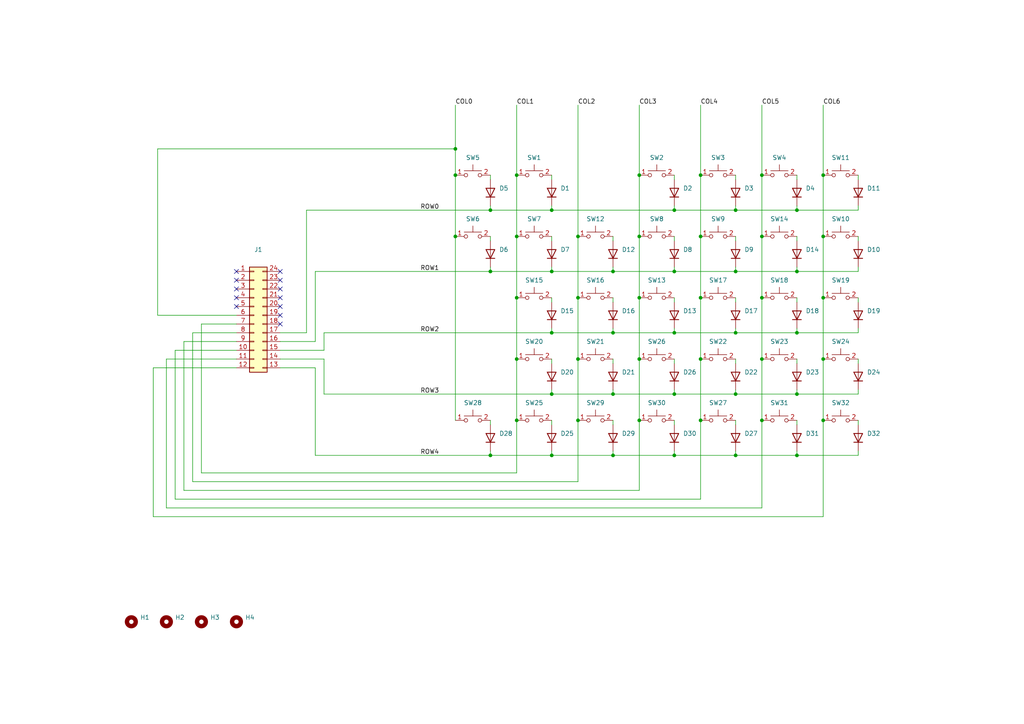
<source format=kicad_sch>
(kicad_sch (version 20231120) (generator "eeschema") (generator_version "8.0")
  (paper "A4")
  (lib_symbols
    (symbol "CherryMX:CherryMX" (pin_names (offset 0.254))
      (property "Reference" "SW" (at 2.54 3.175 0))
      (property "Value" "CherryMX" (at 0 -1.905 0))
      (symbol "CherryMX_1_1"
        (circle (center -2.032 0) (radius 0.508))
        (polyline (pts (xy 0 1.27) (xy 0 3.048)))
        (polyline (pts (xy 2.54 1.27) (xy -2.54 1.27)))
        (circle (center 2.032 0) (radius 0.508))
        (pin passive line (at -5.08 0 0) (length 2.54) (name "~") (number "1"))
        (pin passive line (at 5.08 0 180) (length 2.54) (name "~") (number "2"))
      )
    )
    (symbol "Connector_Generic:Conn_02x12_Counter_Clockwise" (pin_names (offset 1.016) hide)
      (property "Reference" "J" (at 1.27 15.24 0))
      (property "Value" "Conn_02x12_Counter_Clockwise" (at 1.27 -17.78 0))
      (symbol "Conn_02x12_Counter_Clockwise_1_1"
        (rectangle (start -1.27 -15.113) (end 0 -15.367) (stroke (width 0.1524)))
        (rectangle (start -1.27 -12.573) (end 0 -12.827) (stroke (width 0.1524)))
        (rectangle (start -1.27 -10.033) (end 0 -10.287) (stroke (width 0.1524)))
        (rectangle (start -1.27 -7.493) (end 0 -7.747) (stroke (width 0.1524)))
        (rectangle (start -1.27 -4.953) (end 0 -5.207) (stroke (width 0.1524)))
        (rectangle (start -1.27 -2.413) (end 0 -2.667) (stroke (width 0.1524)))
        (rectangle (start -1.27 0.127) (end 0 -0.127) (stroke (width 0.1524)))
        (rectangle (start -1.27 2.667) (end 0 2.413) (stroke (width 0.1524)))
        (rectangle (start -1.27 5.207) (end 0 4.953) (stroke (width 0.1524)))
        (rectangle (start -1.27 7.747) (end 0 7.493) (stroke (width 0.1524)))
        (rectangle (start -1.27 10.287) (end 0 10.033) (stroke (width 0.1524)))
        (rectangle (start -1.27 12.827) (end 0 12.573) (stroke (width 0.1524)))
        (rectangle (start -1.27 13.97) (end 3.81 -16.51) (stroke (width 0.254)) (fill (type background)))
        (rectangle (start 3.81 -15.113) (end 2.54 -15.367) (stroke (width 0.1524)))
        (rectangle (start 3.81 -12.573) (end 2.54 -12.827) (stroke (width 0.1524)))
        (rectangle (start 3.81 -10.033) (end 2.54 -10.287) (stroke (width 0.1524)))
        (rectangle (start 3.81 -7.493) (end 2.54 -7.747) (stroke (width 0.1524)))
        (rectangle (start 3.81 -4.953) (end 2.54 -5.207) (stroke (width 0.1524)))
        (rectangle (start 3.81 -2.413) (end 2.54 -2.667) (stroke (width 0.1524)))
        (rectangle (start 3.81 0.127) (end 2.54 -0.127) (stroke (width 0.1524)))
        (rectangle (start 3.81 2.667) (end 2.54 2.413) (stroke (width 0.1524)))
        (rectangle (start 3.81 5.207) (end 2.54 4.953) (stroke (width 0.1524)))
        (rectangle (start 3.81 7.747) (end 2.54 7.493) (stroke (width 0.1524)))
        (rectangle (start 3.81 10.287) (end 2.54 10.033) (stroke (width 0.1524)))
        (rectangle (start 3.81 12.827) (end 2.54 12.573) (stroke (width 0.1524)))
        (pin passive line (at -5.08 12.7 0) (length 3.81) (name "Pin_1") (number "1"))
        (pin passive line (at -5.08 -10.16 0) (length 3.81) (name "Pin_10") (number "10"))
        (pin passive line (at -5.08 -12.7 0) (length 3.81) (name "Pin_11") (number "11"))
        (pin passive line (at -5.08 -15.24 0) (length 3.81) (name "Pin_12") (number "12"))
        (pin passive line (at 7.62 -15.24 180) (length 3.81) (name "Pin_13") (number "13"))
        (pin passive line (at 7.62 -12.7 180) (length 3.81) (name "Pin_14") (number "14"))
        (pin passive line (at 7.62 -10.16 180) (length 3.81) (name "Pin_15") (number "15"))
        (pin passive line (at 7.62 -7.62 180) (length 3.81) (name "Pin_16") (number "16"))
        (pin passive line (at 7.62 -5.08 180) (length 3.81) (name "Pin_17") (number "17"))
        (pin passive line (at 7.62 -2.54 180) (length 3.81) (name "Pin_18") (number "18"))
        (pin passive line (at 7.62 0 180) (length 3.81) (name "Pin_19") (number "19"))
        (pin passive line (at -5.08 10.16 0) (length 3.81) (name "Pin_2") (number "2"))
        (pin passive line (at 7.62 2.54 180) (length 3.81) (name "Pin_20") (number "20"))
        (pin passive line (at 7.62 5.08 180) (length 3.81) (name "Pin_21") (number "21"))
        (pin passive line (at 7.62 7.62 180) (length 3.81) (name "Pin_22") (number "22"))
        (pin passive line (at 7.62 10.16 180) (length 3.81) (name "Pin_23") (number "23"))
        (pin passive line (at 7.62 12.7 180) (length 3.81) (name "Pin_24") (number "24"))
        (pin passive line (at -5.08 7.62 0) (length 3.81) (name "Pin_3") (number "3"))
        (pin passive line (at -5.08 5.08 0) (length 3.81) (name "Pin_4") (number "4"))
        (pin passive line (at -5.08 2.54 0) (length 3.81) (name "Pin_5") (number "5"))
        (pin passive line (at -5.08 0 0) (length 3.81) (name "Pin_6") (number "6"))
        (pin passive line (at -5.08 -2.54 0) (length 3.81) (name "Pin_7") (number "7"))
        (pin passive line (at -5.08 -5.08 0) (length 3.81) (name "Pin_8") (number "8"))
        (pin passive line (at -5.08 -7.62 0) (length 3.81) (name "Pin_9") (number "9"))
      )
    )
    (symbol "Diode:1N4148" (pin_numbers hide) (pin_names (offset 1.016) hide)
      (property "Reference" "D" (at 0 2.54 0))
      (property "Value" "1N4148" (at 0 -2.54 0))
      (symbol "1N4148_0_1"
        (polyline (pts (xy -1.27 1.27) (xy -1.27 -1.27)) (stroke (width 0.254)))
        (polyline (pts (xy 1.27 0) (xy -1.27 0)))
        (polyline (pts (xy 1.27 1.27) (xy 1.27 -1.27) (xy -1.27 0) (xy 1.27 1.27)) (stroke (width 0.254)))
      )
      (symbol "1N4148_1_1"
        (pin passive line (at -3.81 0 0) (length 2.54) (name "K") (number "1"))
        (pin passive line (at 3.81 0 180) (length 2.54) (name "A") (number "2"))
      )
    )
    (symbol "Mechanical:MountingHole" (pin_names (offset 1.016)) (exclude_from_sim yes) (in_bom no)
      (property "Reference" "H" (at 0 5.08 0))
      (property "Value" "MountingHole" (at 0 3.175 0))
      (symbol "MountingHole_0_1"
        (circle (center 0 0) (radius 1.27) (stroke (width 1.27)))
      )
    )
  )
  (junction (at 149.86 86.36))
  (junction (at 231.14 96.52))
  (junction (at 213.36 78.74))
  (junction (at 132.08 43.18))
  (junction (at 195.58 132.08))
  (junction (at 167.64 104.14))
  (junction (at 185.42 68.58))
  (junction (at 177.8 96.52))
  (junction (at 160.02 96.52))
  (junction (at 213.36 114.3))
  (junction (at 185.42 86.36))
  (junction (at 185.42 104.14))
  (junction (at 195.58 96.52))
  (junction (at 167.64 121.92))
  (junction (at 238.76 50.8))
  (junction (at 177.8 132.08))
  (junction (at 142.24 132.08))
  (junction (at 185.42 121.92))
  (junction (at 231.14 132.08))
  (junction (at 160.02 78.74))
  (junction (at 195.58 114.3))
  (junction (at 213.36 96.52))
  (junction (at 238.76 121.92))
  (junction (at 220.98 104.14))
  (junction (at 231.14 60.96))
  (junction (at 177.8 114.3))
  (junction (at 160.02 114.3))
  (junction (at 203.2 50.8))
  (junction (at 132.08 68.58))
  (junction (at 231.14 78.74))
  (junction (at 149.86 50.8))
  (junction (at 149.86 68.58))
  (junction (at 238.76 104.14))
  (junction (at 142.24 60.96))
  (junction (at 213.36 60.96))
  (junction (at 203.2 104.14))
  (junction (at 238.76 68.58))
  (junction (at 142.24 78.74))
  (junction (at 220.98 68.58))
  (junction (at 195.58 78.74))
  (junction (at 203.2 86.36))
  (junction (at 220.98 86.36))
  (junction (at 220.98 121.92))
  (junction (at 160.02 60.96))
  (junction (at 203.2 121.92))
  (junction (at 203.2 68.58))
  (junction (at 132.08 50.8))
  (junction (at 177.8 78.74))
  (junction (at 149.86 104.14))
  (junction (at 195.58 60.96))
  (junction (at 220.98 50.8))
  (junction (at 167.64 68.58))
  (junction (at 213.36 132.08))
  (junction (at 238.76 86.36))
  (junction (at 167.64 86.36))
  (junction (at 185.42 50.8))
  (junction (at 231.14 114.3))
  (junction (at 160.02 132.08))
  (junction (at 149.86 121.92))
  (no_connect (at 68.58 78.74))
  (no_connect (at 68.58 88.9))
  (no_connect (at 81.28 83.82))
  (no_connect (at 81.28 81.28))
  (no_connect (at 81.28 88.9))
  (no_connect (at 68.58 86.36))
  (no_connect (at 68.58 81.28))
  (no_connect (at 81.28 91.44))
  (no_connect (at 81.28 78.74))
  (no_connect (at 81.28 93.98))
  (no_connect (at 68.58 83.82))
  (no_connect (at 81.28 86.36))
  (wire (pts (xy 185.42 68.58) (xy 185.42 86.36)))
  (wire (pts (xy 91.44 78.74) (xy 142.24 78.74)))
  (wire (pts (xy 213.36 78.74) (xy 231.14 78.74)))
  (wire (pts (xy 213.36 50.8) (xy 213.36 52.07)))
  (wire (pts (xy 195.58 132.08) (xy 213.36 132.08)))
  (wire (pts (xy 160.02 96.52) (xy 177.8 96.52)))
  (wire (pts (xy 231.14 114.3) (xy 248.92 114.3)))
  (wire (pts (xy 195.58 50.8) (xy 195.58 52.07)))
  (wire (pts (xy 238.76 121.92) (xy 238.76 149.86)))
  (wire (pts (xy 177.8 132.08) (xy 195.58 132.08)))
  (wire (pts (xy 185.42 30.48) (xy 185.42 50.8)))
  (wire (pts (xy 195.58 68.58) (xy 195.58 69.85)))
  (wire (pts (xy 177.8 123.19) (xy 177.8 121.92)))
  (wire (pts (xy 132.08 43.18) (xy 132.08 50.8)))
  (wire (pts (xy 231.14 132.08) (xy 248.92 132.08)))
  (wire (pts (xy 177.8 69.85) (xy 177.8 68.58)))
  (wire (pts (xy 167.64 139.7) (xy 55.88 139.7)))
  (wire (pts (xy 93.98 114.3) (xy 160.02 114.3)))
  (wire (pts (xy 93.98 96.52) (xy 160.02 96.52)))
  (wire (pts (xy 93.98 96.52) (xy 93.98 101.6)))
  (wire (pts (xy 160.02 132.08) (xy 177.8 132.08)))
  (wire (pts (xy 213.36 69.85) (xy 213.36 68.58)))
  (wire (pts (xy 53.34 99.06) (xy 53.34 142.24)))
  (wire (pts (xy 220.98 68.58) (xy 220.98 86.36)))
  (wire (pts (xy 149.86 50.8) (xy 149.86 68.58)))
  (wire (pts (xy 160.02 113.03) (xy 160.02 114.3)))
  (wire (pts (xy 55.88 96.52) (xy 55.88 139.7)))
  (wire (pts (xy 195.58 130.81) (xy 195.58 132.08)))
  (wire (pts (xy 167.64 30.48) (xy 167.64 68.58)))
  (wire (pts (xy 160.02 105.41) (xy 160.02 104.14)))
  (wire (pts (xy 160.02 50.8) (xy 160.02 52.07)))
  (wire (pts (xy 160.02 59.69) (xy 160.02 60.96)))
  (wire (pts (xy 142.24 77.47) (xy 142.24 78.74)))
  (wire (pts (xy 48.26 104.14) (xy 68.58 104.14)))
  (wire (pts (xy 195.58 95.25) (xy 195.58 96.52)))
  (wire (pts (xy 185.42 104.14) (xy 185.42 121.92)))
  (wire (pts (xy 248.92 95.25) (xy 248.92 96.52)))
  (wire (pts (xy 160.02 95.25) (xy 160.02 96.52)))
  (wire (pts (xy 220.98 50.8) (xy 220.98 68.58)))
  (wire (pts (xy 203.2 104.14) (xy 203.2 121.92)))
  (wire (pts (xy 220.98 30.48) (xy 220.98 50.8)))
  (wire (pts (xy 231.14 59.69) (xy 231.14 60.96)))
  (wire (pts (xy 220.98 121.92) (xy 220.98 147.32)))
  (wire (pts (xy 177.8 78.74) (xy 195.58 78.74)))
  (wire (pts (xy 231.14 121.92) (xy 231.14 123.19)))
  (wire (pts (xy 149.86 137.16) (xy 58.42 137.16)))
  (wire (pts (xy 177.8 113.03) (xy 177.8 114.3)))
  (wire (pts (xy 88.9 96.52) (xy 81.28 96.52)))
  (wire (pts (xy 231.14 68.58) (xy 231.14 69.85)))
  (wire (pts (xy 213.36 105.41) (xy 213.36 104.14)))
  (wire (pts (xy 160.02 77.47) (xy 160.02 78.74)))
  (wire (pts (xy 91.44 99.06) (xy 81.28 99.06)))
  (wire (pts (xy 160.02 60.96) (xy 195.58 60.96)))
  (wire (pts (xy 213.36 96.52) (xy 231.14 96.52)))
  (wire (pts (xy 195.58 96.52) (xy 213.36 96.52)))
  (wire (pts (xy 213.36 132.08) (xy 231.14 132.08)))
  (wire (pts (xy 68.58 99.06) (xy 53.34 99.06)))
  (wire (pts (xy 203.2 144.78) (xy 50.8 144.78)))
  (wire (pts (xy 160.02 114.3) (xy 177.8 114.3)))
  (wire (pts (xy 203.2 121.92) (xy 203.2 144.78)))
  (wire (pts (xy 91.44 132.08) (xy 142.24 132.08)))
  (wire (pts (xy 149.86 104.14) (xy 149.86 121.92)))
  (wire (pts (xy 160.02 123.19) (xy 160.02 121.92)))
  (wire (pts (xy 142.24 59.69) (xy 142.24 60.96)))
  (wire (pts (xy 231.14 95.25) (xy 231.14 96.52)))
  (wire (pts (xy 185.42 121.92) (xy 185.42 142.24)))
  (wire (pts (xy 231.14 60.96) (xy 248.92 60.96)))
  (wire (pts (xy 132.08 68.58) (xy 132.08 121.92)))
  (wire (pts (xy 93.98 104.14) (xy 93.98 114.3)))
  (wire (pts (xy 195.58 60.96) (xy 213.36 60.96)))
  (wire (pts (xy 248.92 113.03) (xy 248.92 114.3)))
  (wire (pts (xy 238.76 104.14) (xy 238.76 121.92)))
  (wire (pts (xy 50.8 101.6) (xy 50.8 144.78)))
  (wire (pts (xy 203.2 68.58) (xy 203.2 86.36)))
  (wire (pts (xy 88.9 60.96) (xy 142.24 60.96)))
  (wire (pts (xy 195.58 78.74) (xy 213.36 78.74)))
  (wire (pts (xy 195.58 113.03) (xy 195.58 114.3)))
  (wire (pts (xy 248.92 77.47) (xy 248.92 78.74)))
  (wire (pts (xy 213.36 113.03) (xy 213.36 114.3)))
  (wire (pts (xy 132.08 50.8) (xy 132.08 68.58)))
  (wire (pts (xy 167.64 104.14) (xy 167.64 121.92)))
  (wire (pts (xy 93.98 104.14) (xy 81.28 104.14)))
  (wire (pts (xy 195.58 121.92) (xy 195.58 123.19)))
  (wire (pts (xy 248.92 86.36) (xy 248.92 87.63)))
  (wire (pts (xy 149.86 86.36) (xy 149.86 104.14)))
  (wire (pts (xy 48.26 104.14) (xy 48.26 147.32)))
  (wire (pts (xy 160.02 87.63) (xy 160.02 86.36)))
  (wire (pts (xy 248.92 132.08) (xy 248.92 130.81)))
  (wire (pts (xy 132.08 30.48) (xy 132.08 43.18)))
  (wire (pts (xy 231.14 86.36) (xy 231.14 87.63)))
  (wire (pts (xy 142.24 69.85) (xy 142.24 68.58)))
  (wire (pts (xy 231.14 96.52) (xy 248.92 96.52)))
  (wire (pts (xy 91.44 78.74) (xy 91.44 99.06)))
  (wire (pts (xy 213.36 60.96) (xy 231.14 60.96)))
  (wire (pts (xy 248.92 121.92) (xy 248.92 123.19)))
  (wire (pts (xy 142.24 78.74) (xy 160.02 78.74)))
  (wire (pts (xy 45.72 43.18) (xy 132.08 43.18)))
  (wire (pts (xy 45.72 43.18) (xy 45.72 91.44)))
  (wire (pts (xy 149.86 121.92) (xy 149.86 137.16)))
  (wire (pts (xy 160.02 130.81) (xy 160.02 132.08)))
  (wire (pts (xy 58.42 93.98) (xy 68.58 93.98)))
  (wire (pts (xy 220.98 86.36) (xy 220.98 104.14)))
  (wire (pts (xy 238.76 30.48) (xy 238.76 50.8)))
  (wire (pts (xy 50.8 101.6) (xy 68.58 101.6)))
  (wire (pts (xy 185.42 86.36) (xy 185.42 104.14)))
  (wire (pts (xy 220.98 147.32) (xy 48.26 147.32)))
  (wire (pts (xy 167.64 68.58) (xy 167.64 86.36)))
  (wire (pts (xy 195.58 105.41) (xy 195.58 104.14)))
  (wire (pts (xy 167.64 86.36) (xy 167.64 104.14)))
  (wire (pts (xy 220.98 104.14) (xy 220.98 121.92)))
  (wire (pts (xy 142.24 132.08) (xy 160.02 132.08)))
  (wire (pts (xy 248.92 104.14) (xy 248.92 105.41)))
  (wire (pts (xy 231.14 130.81) (xy 231.14 132.08)))
  (wire (pts (xy 91.44 106.68) (xy 91.44 132.08)))
  (wire (pts (xy 195.58 86.36) (xy 195.58 87.63)))
  (wire (pts (xy 44.45 106.68) (xy 68.58 106.68)))
  (wire (pts (xy 91.44 106.68) (xy 81.28 106.68)))
  (wire (pts (xy 177.8 104.14) (xy 177.8 105.41)))
  (wire (pts (xy 248.92 69.85) (xy 248.92 68.58)))
  (wire (pts (xy 203.2 50.8) (xy 203.2 68.58)))
  (wire (pts (xy 203.2 86.36) (xy 203.2 104.14)))
  (wire (pts (xy 177.8 86.36) (xy 177.8 87.63)))
  (wire (pts (xy 238.76 68.58) (xy 238.76 86.36)))
  (wire (pts (xy 88.9 60.96) (xy 88.9 96.52)))
  (wire (pts (xy 142.24 52.07) (xy 142.24 50.8)))
  (wire (pts (xy 142.24 130.81) (xy 142.24 132.08)))
  (wire (pts (xy 93.98 101.6) (xy 81.28 101.6)))
  (wire (pts (xy 149.86 68.58) (xy 149.86 86.36)))
  (wire (pts (xy 177.8 96.52) (xy 195.58 96.52)))
  (wire (pts (xy 238.76 50.8) (xy 238.76 68.58)))
  (wire (pts (xy 45.72 91.44) (xy 68.58 91.44)))
  (wire (pts (xy 142.24 60.96) (xy 160.02 60.96)))
  (wire (pts (xy 58.42 93.98) (xy 58.42 137.16)))
  (wire (pts (xy 177.8 130.81) (xy 177.8 132.08)))
  (wire (pts (xy 160.02 69.85) (xy 160.02 68.58)))
  (wire (pts (xy 248.92 50.8) (xy 248.92 52.07)))
  (wire (pts (xy 142.24 123.19) (xy 142.24 121.92)))
  (wire (pts (xy 231.14 113.03) (xy 231.14 114.3)))
  (wire (pts (xy 213.36 95.25) (xy 213.36 96.52)))
  (wire (pts (xy 238.76 86.36) (xy 238.76 104.14)))
  (wire (pts (xy 213.36 86.36) (xy 213.36 87.63)))
  (wire (pts (xy 238.76 149.86) (xy 44.45 149.86)))
  (wire (pts (xy 231.14 52.07) (xy 231.14 50.8)))
  (wire (pts (xy 231.14 104.14) (xy 231.14 105.41)))
  (wire (pts (xy 231.14 77.47) (xy 231.14 78.74)))
  (wire (pts (xy 213.36 77.47) (xy 213.36 78.74)))
  (wire (pts (xy 195.58 77.47) (xy 195.58 78.74)))
  (wire (pts (xy 185.42 142.24) (xy 53.34 142.24)))
  (wire (pts (xy 195.58 114.3) (xy 213.36 114.3)))
  (wire (pts (xy 213.36 59.69) (xy 213.36 60.96)))
  (wire (pts (xy 177.8 95.25) (xy 177.8 96.52)))
  (wire (pts (xy 213.36 121.92) (xy 213.36 123.19)))
  (wire (pts (xy 44.45 106.68) (xy 44.45 149.86)))
  (wire (pts (xy 231.14 78.74) (xy 248.92 78.74)))
  (wire (pts (xy 160.02 78.74) (xy 177.8 78.74)))
  (wire (pts (xy 167.64 121.92) (xy 167.64 139.7)))
  (wire (pts (xy 195.58 59.69) (xy 195.58 60.96)))
  (wire (pts (xy 149.86 30.48) (xy 149.86 50.8)))
  (wire (pts (xy 248.92 59.69) (xy 248.92 60.96)))
  (wire (pts (xy 177.8 77.47) (xy 177.8 78.74)))
  (wire (pts (xy 213.36 130.81) (xy 213.36 132.08)))
  (wire (pts (xy 55.88 96.52) (xy 68.58 96.52)))
  (wire (pts (xy 177.8 114.3) (xy 195.58 114.3)))
  (wire (pts (xy 185.42 50.8) (xy 185.42 68.58)))
  (wire (pts (xy 213.36 114.3) (xy 231.14 114.3)))
  (wire (pts (xy 203.2 30.48) (xy 203.2 50.8)))
  (label "COL2" (at 167.64 30.48 0))
  (label "ROW2" (at 121.92 96.52 0))
  (label "ROW0" (at 121.92 60.96 0))
  (label "COL3" (at 185.42 30.48 0))
  (label "ROW3" (at 121.92 114.3 0))
  (label "COL5" (at 220.98 30.48 0))
  (label "COL0" (at 132.08 30.48 0))
  (label "ROW4" (at 121.92 132.08 0))
  (label "COL1" (at 149.86 30.48 0))
  (label "COL4" (at 203.2 30.48 0))
  (label "COL6" (at 238.76 30.48 0))
  (label "ROW1" (at 121.92 78.74 0))
  (symbol (lib_id "Diode:1N4148") (at 195.58 127 90) (unit 1)
    (property "Reference" "D30" (at 198.12 125.7299 90) (effects (justify right)))
    (property "Value" "D" (effects (hide yes)))
    (property "Footprint" "Diode_THT:D_DO-35_SOD27_P10.16mm_Horizontal" (effects (hide yes)))
  )
  (symbol (lib_id "Diode:1N4148") (at 195.58 91.44 90) (unit 1)
    (property "Reference" "D13" (at 198.12 90.1699 90) (effects (justify right)))
    (property "Value" "D" (effects (hide yes)))
    (property "Footprint" "Diode_THT:D_DO-35_SOD27_P10.16mm_Horizontal" (effects (hide yes)))
  )
  (symbol (lib_id "Diode:1N4148") (at 160.02 55.88 90) (unit 1)
    (property "Reference" "D1" (at 162.56 54.6099 90) (effects (justify right)))
    (property "Value" "D" (effects (hide yes)))
    (property "Footprint" "Diode_THT:D_DO-35_SOD27_P10.16mm_Horizontal" (effects (hide yes)))
  )
  (symbol (lib_id "CherryMX:CherryMX") (at 137.16 50.8 0) (unit 1)
    (property "Reference" "SW5" (at 137.16 45.72 0))
    (property "Value" "SW_Push" (effects (hide yes)))
    (property "Footprint" "SW_Cherry_MX_PCB_1.00u" (effects (hide yes)))
  )
  (symbol (lib_id "CherryMX:CherryMX") (at 190.5 50.8 0) (unit 1)
    (property "Reference" "SW2" (at 190.5 45.72 0))
    (property "Value" "SW_Push" (effects (hide yes)))
    (property "Footprint" "SW_Cherry_MX_PCB_1.00u" (effects (hide yes)))
  )
  (symbol (lib_id "CherryMX:CherryMX") (at 226.06 68.58 0) (unit 1)
    (property "Reference" "SW14" (at 226.06 63.5 0))
    (property "Value" "SW_Push" (effects (hide yes)))
    (property "Footprint" "SW_Cherry_MX_PCB_1.00u" (effects (hide yes)))
  )
  (symbol (lib_id "CherryMX:CherryMX") (at 226.06 86.36 0) (unit 1)
    (property "Reference" "SW18" (at 226.06 81.28 0))
    (property "Value" "SW_Push" (effects (hide yes)))
    (property "Footprint" "SW_Cherry_MX_PCB_1.00u" (effects (hide yes)))
  )
  (symbol (lib_id "Diode:1N4148") (at 195.58 109.22 90) (unit 1)
    (property "Reference" "D26" (at 198.12 107.9499 90) (effects (justify right)))
    (property "Value" "D" (effects (hide yes)))
    (property "Footprint" "Diode_THT:D_DO-35_SOD27_P10.16mm_Horizontal" (effects (hide yes)))
  )
  (symbol (lib_id "Mechanical:MountingHole") (at 58.42 180.34 0) (unit 1) (exclude_from_sim yes) (in_bom no)
    (property "Reference" "H3" (at 60.96 179.0699 0) (effects (justify left)))
    (property "Value" "MountingHole_4.3mm_M4_ISO7380_Pad" (effects (hide yes)))
    (property "Footprint" "MountingHole:MountingHole_4.3mm_M4_ISO7380_Pad" (effects (hide yes)))
  )
  (symbol (lib_id "CherryMX:CherryMX") (at 154.94 121.92 0) (unit 1)
    (property "Reference" "SW25" (at 154.94 116.84 0))
    (property "Value" "SW_Push" (effects (hide yes)))
    (property "Footprint" "SW_Cherry_MX_PCB_1.00u" (effects (hide yes)))
  )
  (symbol (lib_id "CherryMX:CherryMX") (at 226.06 121.92 0) (unit 1)
    (property "Reference" "SW31" (at 226.06 116.84 0))
    (property "Value" "SW_Push" (effects (hide yes)))
    (property "Footprint" "SW_Cherry_MX_PCB_1.00u" (effects (hide yes)))
  )
  (symbol (lib_id "Mechanical:MountingHole") (at 48.26 180.34 0) (unit 1) (exclude_from_sim yes) (in_bom no)
    (property "Reference" "H2" (at 50.8 179.0699 0) (effects (justify left)))
    (property "Value" "MountingHole_4.3mm_M4_ISO7380_Pad" (effects (hide yes)))
    (property "Footprint" "MountingHole:MountingHole_4.3mm_M4_ISO7380_Pad" (effects (hide yes)))
  )
  (symbol (lib_id "CherryMX:CherryMX") (at 226.06 50.8 0) (unit 1)
    (property "Reference" "SW4" (at 226.06 45.72 0))
    (property "Value" "SW_Push" (effects (hide yes)))
    (property "Footprint" "SW_Cherry_MX_PCB_1.00u" (effects (hide yes)))
  )
  (symbol (lib_id "Diode:1N4148") (at 248.92 91.44 90) (unit 1)
    (property "Reference" "D19" (at 251.46 90.1699 90) (effects (justify right)))
    (property "Value" "D" (effects (hide yes)))
    (property "Footprint" "Diode_THT:D_DO-35_SOD27_P10.16mm_Horizontal" (effects (hide yes)))
  )
  (symbol (lib_id "CherryMX:CherryMX") (at 243.84 86.36 0) (unit 1)
    (property "Reference" "SW19" (at 243.84 81.28 0))
    (property "Value" "SW_Push" (effects (hide yes)))
    (property "Footprint" "SW_Cherry_MX_PCB_1.00u" (effects (hide yes)))
  )
  (symbol (lib_id "Diode:1N4148") (at 213.36 109.22 90) (unit 1)
    (property "Reference" "D22" (at 215.9 107.9499 90) (effects (justify right)))
    (property "Value" "D" (effects (hide yes)))
    (property "Footprint" "Diode_THT:D_DO-35_SOD27_P10.16mm_Horizontal" (effects (hide yes)))
  )
  (symbol (lib_id "Diode:1N4148") (at 231.14 91.44 90) (unit 1)
    (property "Reference" "D18" (at 233.68 90.1699 90) (effects (justify right)))
    (property "Value" "D" (effects (hide yes)))
    (property "Footprint" "Diode_THT:D_DO-35_SOD27_P10.16mm_Horizontal" (effects (hide yes)))
  )
  (symbol (lib_id "CherryMX:CherryMX") (at 154.94 50.8 0) (unit 1)
    (property "Reference" "SW1" (at 154.94 45.72 0))
    (property "Value" "SW_Push" (effects (hide yes)))
    (property "Footprint" "SW_Cherry_MX_PCB_1.00u" (effects (hide yes)))
  )
  (symbol (lib_id "CherryMX:CherryMX") (at 243.84 50.8 0) (unit 1)
    (property "Reference" "SW11" (at 243.84 45.72 0))
    (property "Value" "SW_Push" (effects (hide yes)))
    (property "Footprint" "SW_Cherry_MX_PCB_1.00u" (effects (hide yes)))
  )
  (symbol (lib_id "Diode:1N4148") (at 160.02 127 90) (unit 1)
    (property "Reference" "D25" (at 162.56 125.7299 90) (effects (justify right)))
    (property "Value" "D" (effects (hide yes)))
    (property "Footprint" "Diode_THT:D_DO-35_SOD27_P10.16mm_Horizontal" (effects (hide yes)))
  )
  (symbol (lib_id "Diode:1N4148") (at 248.92 109.22 90) (unit 1)
    (property "Reference" "D24" (at 251.46 107.9499 90) (effects (justify right)))
    (property "Value" "D" (effects (hide yes)))
    (property "Footprint" "Diode_THT:D_DO-35_SOD27_P10.16mm_Horizontal" (effects (hide yes)))
  )
  (symbol (lib_id "CherryMX:CherryMX") (at 243.84 121.92 0) (unit 1)
    (property "Reference" "SW32" (at 243.84 116.84 0))
    (property "Value" "SW_Push" (effects (hide yes)))
    (property "Footprint" "SW_Cherry_MX_PCB_1.00u" (effects (hide yes)))
  )
  (symbol (lib_id "Diode:1N4148") (at 231.14 55.88 90) (unit 1)
    (property "Reference" "D4" (at 233.68 54.6099 90) (effects (justify right)))
    (property "Value" "D" (effects (hide yes)))
    (property "Footprint" "Diode_THT:D_DO-35_SOD27_P10.16mm_Horizontal" (effects (hide yes)))
  )
  (symbol (lib_id "Diode:1N4148") (at 213.36 55.88 90) (unit 1)
    (property "Reference" "D3" (at 215.9 54.6099 90) (effects (justify right)))
    (property "Value" "D" (effects (hide yes)))
    (property "Footprint" "Diode_THT:D_DO-35_SOD27_P10.16mm_Horizontal" (effects (hide yes)))
  )
  (symbol (lib_id "Diode:1N4148") (at 142.24 55.88 90) (unit 1)
    (property "Reference" "D5" (at 144.78 54.6099 90) (effects (justify right)))
    (property "Value" "D" (effects (hide yes)))
    (property "Footprint" "Diode_THT:D_DO-35_SOD27_P10.16mm_Horizontal" (effects (hide yes)))
  )
  (symbol (lib_id "CherryMX:CherryMX") (at 208.28 104.14 0) (unit 1)
    (property "Reference" "SW22" (at 208.28 99.06 0))
    (property "Value" "SW_Push" (effects (hide yes)))
    (property "Footprint" "SW_Cherry_MX_PCB_1.00u" (effects (hide yes)))
  )
  (symbol (lib_id "Diode:1N4148") (at 160.02 91.44 90) (unit 1)
    (property "Reference" "D15" (at 162.56 90.1699 90) (effects (justify right)))
    (property "Value" "D" (effects (hide yes)))
    (property "Footprint" "Diode_THT:D_DO-35_SOD27_P10.16mm_Horizontal" (effects (hide yes)))
  )
  (symbol (lib_id "Diode:1N4148") (at 213.36 73.66 90) (unit 1)
    (property "Reference" "D9" (at 215.9 72.3899 90) (effects (justify right)))
    (property "Value" "D" (effects (hide yes)))
    (property "Footprint" "Diode_THT:D_DO-35_SOD27_P10.16mm_Horizontal" (effects (hide yes)))
  )
  (symbol (lib_id "CherryMX:CherryMX") (at 208.28 86.36 0) (unit 1)
    (property "Reference" "SW17" (at 208.28 81.28 0))
    (property "Value" "SW_Push" (effects (hide yes)))
    (property "Footprint" "SW_Cherry_MX_PCB_1.00u" (effects (hide yes)))
  )
  (symbol (lib_id "CherryMX:CherryMX") (at 208.28 121.92 0) (unit 1)
    (property "Reference" "SW27" (at 208.28 116.84 0))
    (property "Value" "SW_Push" (effects (hide yes)))
    (property "Footprint" "SW_Cherry_MX_PCB_1.00u" (effects (hide yes)))
  )
  (symbol (lib_id "CherryMX:CherryMX") (at 190.5 121.92 0) (unit 1)
    (property "Reference" "SW30" (at 190.5 116.84 0))
    (property "Value" "SW_Push" (effects (hide yes)))
    (property "Footprint" "SW_Cherry_MX_PCB_1.00u" (effects (hide yes)))
  )
  (symbol (lib_id "Diode:1N4148") (at 177.8 91.44 90) (unit 1)
    (property "Reference" "D16" (at 180.34 90.1699 90) (effects (justify right)))
    (property "Value" "D" (effects (hide yes)))
    (property "Footprint" "Diode_THT:D_DO-35_SOD27_P10.16mm_Horizontal" (effects (hide yes)))
  )
  (symbol (lib_id "Diode:1N4148") (at 213.36 127 90) (unit 1)
    (property "Reference" "D27" (at 215.9 125.7299 90) (effects (justify right)))
    (property "Value" "D" (effects (hide yes)))
    (property "Footprint" "Diode_THT:D_DO-35_SOD27_P10.16mm_Horizontal" (effects (hide yes)))
  )
  (symbol (lib_id "CherryMX:CherryMX") (at 154.94 68.58 0) (unit 1)
    (property "Reference" "SW7" (at 154.94 63.5 0))
    (property "Value" "SW_Push" (effects (hide yes)))
    (property "Footprint" "SW_Cherry_MX_PCB_1.00u" (effects (hide yes)))
  )
  (symbol (lib_id "Diode:1N4148") (at 195.58 73.66 90) (unit 1)
    (property "Reference" "D8" (at 198.12 72.3899 90) (effects (justify right)))
    (property "Value" "D" (effects (hide yes)))
    (property "Footprint" "Diode_THT:D_DO-35_SOD27_P10.16mm_Horizontal" (effects (hide yes)))
  )
  (symbol (lib_id "Diode:1N4148") (at 231.14 109.22 90) (unit 1)
    (property "Reference" "D23" (at 233.68 107.9499 90) (effects (justify right)))
    (property "Value" "D" (effects (hide yes)))
    (property "Footprint" "Diode_THT:D_DO-35_SOD27_P10.16mm_Horizontal" (effects (hide yes)))
  )
  (symbol (lib_id "CherryMX:CherryMX") (at 190.5 86.36 0) (unit 1)
    (property "Reference" "SW13" (at 190.5 81.28 0))
    (property "Value" "SW_Push" (effects (hide yes)))
    (property "Footprint" "SW_Cherry_MX_PCB_1.00u" (effects (hide yes)))
  )
  (symbol (lib_id "CherryMX:CherryMX") (at 226.06 104.14 0) (unit 1)
    (property "Reference" "SW23" (at 226.06 99.06 0))
    (property "Value" "SW_Push" (effects (hide yes)))
    (property "Footprint" "SW_Cherry_MX_PCB_1.00u" (effects (hide yes)))
  )
  (symbol (lib_id "CherryMX:CherryMX") (at 172.72 68.58 0) (unit 1)
    (property "Reference" "SW12" (at 172.72 63.5 0))
    (property "Value" "SW_Push" (effects (hide yes)))
    (property "Footprint" "SW_Cherry_MX_PCB_1.00u" (effects (hide yes)))
  )
  (symbol (lib_id "CherryMX:CherryMX") (at 190.5 104.14 0) (unit 1)
    (property "Reference" "SW26" (at 190.5 99.06 0))
    (property "Value" "SW_Push" (effects (hide yes)))
    (property "Footprint" "SW_Cherry_MX_PCB_1.00u" (effects (hide yes)))
  )
  (symbol (lib_id "Diode:1N4148") (at 195.58 55.88 90) (unit 1)
    (property "Reference" "D2" (at 198.12 54.6099 90) (effects (justify right)))
    (property "Value" "D" (effects (hide yes)))
    (property "Footprint" "Diode_THT:D_DO-35_SOD27_P10.16mm_Horizontal" (effects (hide yes)))
  )
  (symbol (lib_id "CherryMX:CherryMX") (at 172.72 121.92 0) (unit 1)
    (property "Reference" "SW29" (at 172.72 116.84 0))
    (property "Value" "SW_Push" (effects (hide yes)))
    (property "Footprint" "SW_Cherry_MX_PCB_1.00u" (effects (hide yes)))
  )
  (symbol (lib_id "CherryMX:CherryMX") (at 172.72 86.36 0) (unit 1)
    (property "Reference" "SW16" (at 172.72 81.28 0))
    (property "Value" "SW_Push" (effects (hide yes)))
    (property "Footprint" "SW_Cherry_MX_PCB_1.00u" (effects (hide yes)))
  )
  (symbol (lib_id "Diode:1N4148") (at 231.14 73.66 90) (unit 1)
    (property "Reference" "D14" (at 233.68 72.3899 90) (effects (justify right)))
    (property "Value" "D" (effects (hide yes)))
    (property "Footprint" "Diode_THT:D_DO-35_SOD27_P10.16mm_Horizontal" (effects (hide yes)))
  )
  (symbol (lib_id "Diode:1N4148") (at 177.8 127 90) (unit 1)
    (property "Reference" "D29" (at 180.34 125.7299 90) (effects (justify right)))
    (property "Value" "D" (effects (hide yes)))
    (property "Footprint" "Diode_THT:D_DO-35_SOD27_P10.16mm_Horizontal" (effects (hide yes)))
  )
  (symbol (lib_id "Diode:1N4148") (at 248.92 73.66 90) (unit 1)
    (property "Reference" "D10" (at 251.46 72.3899 90) (effects (justify right)))
    (property "Value" "D" (effects (hide yes)))
    (property "Footprint" "Diode_THT:D_DO-35_SOD27_P10.16mm_Horizontal" (effects (hide yes)))
  )
  (symbol (lib_id "Diode:1N4148") (at 142.24 73.66 90) (unit 1)
    (property "Reference" "D6" (at 144.78 72.3899 90) (effects (justify right)))
    (property "Value" "D" (effects (hide yes)))
    (property "Footprint" "Diode_THT:D_DO-35_SOD27_P10.16mm_Horizontal" (effects (hide yes)))
  )
  (symbol (lib_id "Diode:1N4148") (at 213.36 91.44 90) (unit 1)
    (property "Reference" "D17" (at 215.9 90.1699 90) (effects (justify right)))
    (property "Value" "D" (effects (hide yes)))
    (property "Footprint" "Diode_THT:D_DO-35_SOD27_P10.16mm_Horizontal" (effects (hide yes)))
  )
  (symbol (lib_id "CherryMX:CherryMX") (at 154.94 86.36 0) (unit 1)
    (property "Reference" "SW15" (at 154.94 81.28 0))
    (property "Value" "SW_Push" (effects (hide yes)))
    (property "Footprint" "SW_Cherry_MX_PCB_1.00u" (effects (hide yes)))
  )
  (symbol (lib_id "Connector_Generic:Conn_02x12_Counter_Clockwise") (at 73.66 91.44 0) (unit 1)
    (property "Reference" "J1" (at 74.93 72.39 0))
    (property "Value" "Conn_02x12_Counter_Clockwise" (effects (hide yes)))
    (property "Footprint" "Package_DIP:DIP-24_W15.24mm_Socket" (effects (hide yes)))
    (property "Description" "Generic connector, double row, 02x12, counter clockwise pin numbering scheme (similar to DIP package numbering), script generated (kicad-library-utils/schlib/autogen/connector/)" (effects (hide yes)))
  )
  (symbol (lib_id "CherryMX:CherryMX") (at 137.16 121.92 0) (unit 1)
    (property "Reference" "SW28" (at 137.16 116.84 0))
    (property "Value" "SW_Push" (effects (hide yes)))
    (property "Footprint" "SW_Cherry_MX_PCB_1.00u" (effects (hide yes)))
  )
  (symbol (lib_id "Diode:1N4148") (at 231.14 127 90) (unit 1)
    (property "Reference" "D31" (at 233.68 125.7299 90) (effects (justify right)))
    (property "Value" "D" (effects (hide yes)))
    (property "Footprint" "Diode_THT:D_DO-35_SOD27_P10.16mm_Horizontal" (effects (hide yes)))
  )
  (symbol (lib_id "CherryMX:CherryMX") (at 208.28 50.8 0) (unit 1)
    (property "Reference" "SW3" (at 208.28 45.72 0))
    (property "Value" "SW_Push" (effects (hide yes)))
    (property "Footprint" "SW_Cherry_MX_PCB_1.00u" (effects (hide yes)))
  )
  (symbol (lib_id "Diode:1N4148") (at 177.8 109.22 90) (unit 1)
    (property "Reference" "D21" (at 180.34 107.9499 90) (effects (justify right)))
    (property "Value" "D" (effects (hide yes)))
    (property "Footprint" "Diode_THT:D_DO-35_SOD27_P10.16mm_Horizontal" (effects (hide yes)))
  )
  (symbol (lib_id "CherryMX:CherryMX") (at 208.28 68.58 0) (unit 1)
    (property "Reference" "SW9" (at 208.28 63.5 0))
    (property "Value" "SW_Push" (effects (hide yes)))
    (property "Footprint" "SW_Cherry_MX_PCB_1.00u" (effects (hide yes)))
  )
  (symbol (lib_id "CherryMX:CherryMX") (at 154.94 104.14 0) (unit 1)
    (property "Reference" "SW20" (at 154.94 99.06 0))
    (property "Value" "SW_Push" (effects (hide yes)))
    (property "Footprint" "SW_Cherry_MX_PCB_1.00u" (effects (hide yes)))
  )
  (symbol (lib_id "Diode:1N4148") (at 248.92 127 90) (unit 1)
    (property "Reference" "D32" (at 251.46 125.7299 90) (effects (justify right)))
    (property "Value" "D" (effects (hide yes)))
    (property "Footprint" "Diode_THT:D_DO-35_SOD27_P10.16mm_Horizontal" (effects (hide yes)))
  )
  (symbol (lib_id "CherryMX:CherryMX") (at 172.72 104.14 0) (unit 1)
    (property "Reference" "SW21" (at 172.72 99.06 0))
    (property "Value" "SW_Push" (effects (hide yes)))
    (property "Footprint" "SW_Cherry_MX_PCB_1.00u" (effects (hide yes)))
  )
  (symbol (lib_id "Mechanical:MountingHole") (at 68.58 180.34 0) (unit 1) (exclude_from_sim yes) (in_bom no)
    (property "Reference" "H4" (at 71.12 179.0699 0) (effects (justify left)))
    (property "Value" "MountingHole_4.3mm_M4_ISO7380_Pad" (effects (hide yes)))
    (property "Footprint" "MountingHole:MountingHole_4.3mm_M4_ISO7380_Pad" (effects (hide yes)))
  )
  (symbol (lib_id "CherryMX:CherryMX") (at 190.5 68.58 0) (unit 1)
    (property "Reference" "SW8" (at 190.5 63.5 0))
    (property "Value" "SW_Push" (effects (hide yes)))
    (property "Footprint" "SW_Cherry_MX_PCB_1.00u" (effects (hide yes)))
  )
  (symbol (lib_id "Diode:1N4148") (at 142.24 127 90) (unit 1)
    (property "Reference" "D28" (at 144.78 125.7299 90) (effects (justify right)))
    (property "Value" "D" (effects (hide yes)))
    (property "Footprint" "Diode_THT:D_DO-35_SOD27_P10.16mm_Horizontal" (effects (hide yes)))
  )
  (symbol (lib_id "CherryMX:CherryMX") (at 243.84 104.14 0) (unit 1)
    (property "Reference" "SW24" (at 243.84 99.06 0))
    (property "Value" "SW_Push" (effects (hide yes)))
    (property "Footprint" "SW_Cherry_MX_PCB_1.00u" (effects (hide yes)))
  )
  (symbol (lib_id "Diode:1N4148") (at 177.8 73.66 90) (unit 1)
    (property "Reference" "D12" (at 180.34 72.3899 90) (effects (justify right)))
    (property "Value" "D" (effects (hide yes)))
    (property "Footprint" "Diode_THT:D_DO-35_SOD27_P10.16mm_Horizontal" (effects (hide yes)))
  )
  (symbol (lib_id "CherryMX:CherryMX") (at 137.16 68.58 0) (unit 1)
    (property "Reference" "SW6" (at 137.16 63.5 0))
    (property "Value" "SW_Push" (effects (hide yes)))
    (property "Footprint" "SW_Cherry_MX_PCB_1.00u" (effects (hide yes)))
  )
  (symbol (lib_id "Mechanical:MountingHole") (at 38.1 180.34 0) (unit 1) (exclude_from_sim yes) (in_bom no)
    (property "Reference" "H1" (at 40.64 179.0699 0) (effects (justify left)))
    (property "Value" "MountingHole_4.3mm_M4_ISO7380_Pad" (effects (hide yes)))
    (property "Footprint" "MountingHole:MountingHole_4.3mm_M4_ISO7380_Pad" (effects (hide yes)))
  )
  (symbol (lib_id "CherryMX:CherryMX") (at 243.84 68.58 0) (unit 1)
    (property "Reference" "SW10" (at 243.84 63.5 0))
    (property "Value" "SW_Push" (effects (hide yes)))
    (property "Footprint" "SW_Cherry_MX_PCB_1.00u" (effects (hide yes)))
  )
  (symbol (lib_id "Diode:1N4148") (at 160.02 109.22 90) (unit 1)
    (property "Reference" "D20" (at 162.56 107.9499 90) (effects (justify right)))
    (property "Value" "D" (effects (hide yes)))
    (property "Footprint" "Diode_THT:D_DO-35_SOD27_P10.16mm_Horizontal" (effects (hide yes)))
  )
  (symbol (lib_id "Diode:1N4148") (at 248.92 55.88 90) (unit 1)
    (property "Reference" "D11" (at 251.46 54.6099 90) (effects (justify right)))
    (property "Value" "D" (effects (hide yes)))
    (property "Footprint" "Diode_THT:D_DO-35_SOD27_P10.16mm_Horizontal" (effects (hide yes)))
  )
  (symbol (lib_id "Diode:1N4148") (at 160.02 73.66 90) (unit 1)
    (property "Reference" "D7" (at 162.56 72.3899 90) (effects (justify right)))
    (property "Value" "D" (effects (hide yes)))
    (property "Footprint" "Diode_THT:D_DO-35_SOD27_P10.16mm_Horizontal" (effects (hide yes)))
  )
)
</source>
